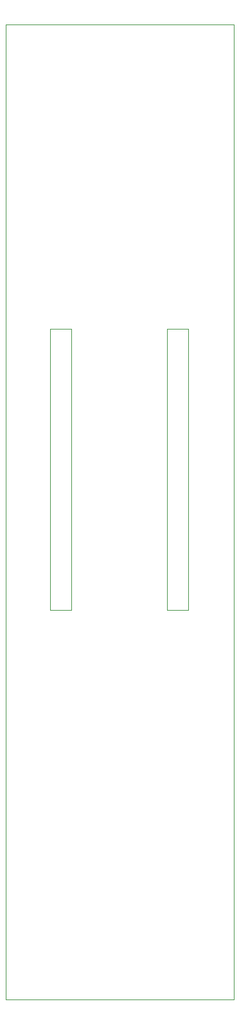
<source format=gbr>
G04 #@! TF.GenerationSoftware,KiCad,Pcbnew,(5.1.5)-2*
G04 #@! TF.CreationDate,2020-03-02T00:09:00+01:00*
G04 #@! TF.ProjectId,Skis - panel,536b6973-202d-4207-9061-6e656c2e6b69,rev?*
G04 #@! TF.SameCoordinates,Original*
G04 #@! TF.FileFunction,Profile,NP*
%FSLAX46Y46*%
G04 Gerber Fmt 4.6, Leading zero omitted, Abs format (unit mm)*
G04 Created by KiCad (PCBNEW (5.1.5)-2) date 2020-03-02 00:09:00*
%MOMM*%
%LPD*%
G04 APERTURE LIST*
%ADD10C,0.050000*%
G04 APERTURE END LIST*
D10*
X46234400Y-96931200D02*
X46234400Y-59948800D01*
X49028400Y-96931200D02*
X46234400Y-96931200D01*
X49028400Y-59948800D02*
X49028400Y-96931200D01*
X46234400Y-59948800D02*
X49028400Y-59948800D01*
X30867400Y-96931200D02*
X30867400Y-59948800D01*
X33661400Y-96931200D02*
X30867400Y-96931200D01*
X33661400Y-59948800D02*
X33661400Y-96931200D01*
X30867400Y-59948800D02*
X33661400Y-59948800D01*
X55011400Y-20028000D02*
X55011400Y-148028000D01*
X25011400Y-148028000D02*
X25011400Y-20028000D01*
X55011400Y-148028000D02*
X25011400Y-148028000D01*
X25011400Y-20028000D02*
X55011400Y-20028000D01*
M02*

</source>
